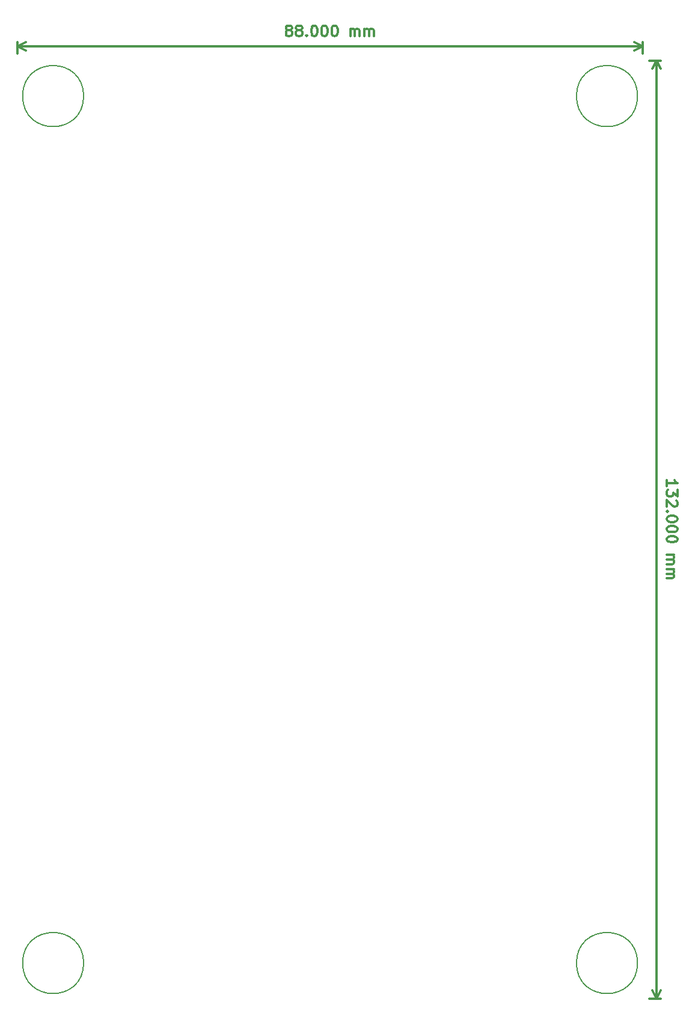
<source format=gbr>
G04 #@! TF.GenerationSoftware,KiCad,Pcbnew,5.1.9+dfsg1-1*
G04 #@! TF.CreationDate,2022-06-11T23:01:35-07:00*
G04 #@! TF.ProjectId,brains_cn,62726169-6e73-45f6-936e-2e6b69636164,rev?*
G04 #@! TF.SameCoordinates,Original*
G04 #@! TF.FileFunction,Other,Comment*
%FSLAX46Y46*%
G04 Gerber Fmt 4.6, Leading zero omitted, Abs format (unit mm)*
G04 Created by KiCad (PCBNEW 5.1.9+dfsg1-1) date 2022-06-11 23:01:35*
%MOMM*%
%LPD*%
G01*
G04 APERTURE LIST*
%ADD10C,0.300000*%
%ADD11C,0.150000*%
G04 APERTURE END LIST*
D10*
X195421428Y-89928571D02*
X195421428Y-89071428D01*
X195421428Y-89500000D02*
X196921428Y-89500000D01*
X196707142Y-89357142D01*
X196564285Y-89214285D01*
X196492857Y-89071428D01*
X196921428Y-90428571D02*
X196921428Y-91357142D01*
X196350000Y-90857142D01*
X196350000Y-91071428D01*
X196278571Y-91214285D01*
X196207142Y-91285714D01*
X196064285Y-91357142D01*
X195707142Y-91357142D01*
X195564285Y-91285714D01*
X195492857Y-91214285D01*
X195421428Y-91071428D01*
X195421428Y-90642857D01*
X195492857Y-90500000D01*
X195564285Y-90428571D01*
X196778571Y-91928571D02*
X196850000Y-92000000D01*
X196921428Y-92142857D01*
X196921428Y-92500000D01*
X196850000Y-92642857D01*
X196778571Y-92714285D01*
X196635714Y-92785714D01*
X196492857Y-92785714D01*
X196278571Y-92714285D01*
X195421428Y-91857142D01*
X195421428Y-92785714D01*
X195564285Y-93428571D02*
X195492857Y-93500000D01*
X195421428Y-93428571D01*
X195492857Y-93357142D01*
X195564285Y-93428571D01*
X195421428Y-93428571D01*
X196921428Y-94428571D02*
X196921428Y-94571428D01*
X196850000Y-94714285D01*
X196778571Y-94785714D01*
X196635714Y-94857142D01*
X196350000Y-94928571D01*
X195992857Y-94928571D01*
X195707142Y-94857142D01*
X195564285Y-94785714D01*
X195492857Y-94714285D01*
X195421428Y-94571428D01*
X195421428Y-94428571D01*
X195492857Y-94285714D01*
X195564285Y-94214285D01*
X195707142Y-94142857D01*
X195992857Y-94071428D01*
X196350000Y-94071428D01*
X196635714Y-94142857D01*
X196778571Y-94214285D01*
X196850000Y-94285714D01*
X196921428Y-94428571D01*
X196921428Y-95857142D02*
X196921428Y-96000000D01*
X196850000Y-96142857D01*
X196778571Y-96214285D01*
X196635714Y-96285714D01*
X196350000Y-96357142D01*
X195992857Y-96357142D01*
X195707142Y-96285714D01*
X195564285Y-96214285D01*
X195492857Y-96142857D01*
X195421428Y-96000000D01*
X195421428Y-95857142D01*
X195492857Y-95714285D01*
X195564285Y-95642857D01*
X195707142Y-95571428D01*
X195992857Y-95500000D01*
X196350000Y-95500000D01*
X196635714Y-95571428D01*
X196778571Y-95642857D01*
X196850000Y-95714285D01*
X196921428Y-95857142D01*
X196921428Y-97285714D02*
X196921428Y-97428571D01*
X196850000Y-97571428D01*
X196778571Y-97642857D01*
X196635714Y-97714285D01*
X196350000Y-97785714D01*
X195992857Y-97785714D01*
X195707142Y-97714285D01*
X195564285Y-97642857D01*
X195492857Y-97571428D01*
X195421428Y-97428571D01*
X195421428Y-97285714D01*
X195492857Y-97142857D01*
X195564285Y-97071428D01*
X195707142Y-97000000D01*
X195992857Y-96928571D01*
X196350000Y-96928571D01*
X196635714Y-97000000D01*
X196778571Y-97071428D01*
X196850000Y-97142857D01*
X196921428Y-97285714D01*
X195421428Y-99571428D02*
X196421428Y-99571428D01*
X196278571Y-99571428D02*
X196350000Y-99642857D01*
X196421428Y-99785714D01*
X196421428Y-100000000D01*
X196350000Y-100142857D01*
X196207142Y-100214285D01*
X195421428Y-100214285D01*
X196207142Y-100214285D02*
X196350000Y-100285714D01*
X196421428Y-100428571D01*
X196421428Y-100642857D01*
X196350000Y-100785714D01*
X196207142Y-100857142D01*
X195421428Y-100857142D01*
X195421428Y-101571428D02*
X196421428Y-101571428D01*
X196278571Y-101571428D02*
X196350000Y-101642857D01*
X196421428Y-101785714D01*
X196421428Y-102000000D01*
X196350000Y-102142857D01*
X196207142Y-102214285D01*
X195421428Y-102214285D01*
X196207142Y-102214285D02*
X196350000Y-102285714D01*
X196421428Y-102428571D01*
X196421428Y-102642857D01*
X196350000Y-102785714D01*
X196207142Y-102857142D01*
X195421428Y-102857142D01*
X194000000Y-30000000D02*
X194000000Y-162000000D01*
X193000000Y-30000000D02*
X194586421Y-30000000D01*
X193000000Y-162000000D02*
X194586421Y-162000000D01*
X194000000Y-162000000D02*
X193413579Y-160873496D01*
X194000000Y-162000000D02*
X194586421Y-160873496D01*
X194000000Y-30000000D02*
X193413579Y-31126504D01*
X194000000Y-30000000D02*
X194586421Y-31126504D01*
X142071428Y-25721428D02*
X141928571Y-25650000D01*
X141857142Y-25578571D01*
X141785714Y-25435714D01*
X141785714Y-25364285D01*
X141857142Y-25221428D01*
X141928571Y-25150000D01*
X142071428Y-25078571D01*
X142357142Y-25078571D01*
X142500000Y-25150000D01*
X142571428Y-25221428D01*
X142642857Y-25364285D01*
X142642857Y-25435714D01*
X142571428Y-25578571D01*
X142500000Y-25650000D01*
X142357142Y-25721428D01*
X142071428Y-25721428D01*
X141928571Y-25792857D01*
X141857142Y-25864285D01*
X141785714Y-26007142D01*
X141785714Y-26292857D01*
X141857142Y-26435714D01*
X141928571Y-26507142D01*
X142071428Y-26578571D01*
X142357142Y-26578571D01*
X142500000Y-26507142D01*
X142571428Y-26435714D01*
X142642857Y-26292857D01*
X142642857Y-26007142D01*
X142571428Y-25864285D01*
X142500000Y-25792857D01*
X142357142Y-25721428D01*
X143500000Y-25721428D02*
X143357142Y-25650000D01*
X143285714Y-25578571D01*
X143214285Y-25435714D01*
X143214285Y-25364285D01*
X143285714Y-25221428D01*
X143357142Y-25150000D01*
X143500000Y-25078571D01*
X143785714Y-25078571D01*
X143928571Y-25150000D01*
X144000000Y-25221428D01*
X144071428Y-25364285D01*
X144071428Y-25435714D01*
X144000000Y-25578571D01*
X143928571Y-25650000D01*
X143785714Y-25721428D01*
X143500000Y-25721428D01*
X143357142Y-25792857D01*
X143285714Y-25864285D01*
X143214285Y-26007142D01*
X143214285Y-26292857D01*
X143285714Y-26435714D01*
X143357142Y-26507142D01*
X143500000Y-26578571D01*
X143785714Y-26578571D01*
X143928571Y-26507142D01*
X144000000Y-26435714D01*
X144071428Y-26292857D01*
X144071428Y-26007142D01*
X144000000Y-25864285D01*
X143928571Y-25792857D01*
X143785714Y-25721428D01*
X144714285Y-26435714D02*
X144785714Y-26507142D01*
X144714285Y-26578571D01*
X144642857Y-26507142D01*
X144714285Y-26435714D01*
X144714285Y-26578571D01*
X145714285Y-25078571D02*
X145857142Y-25078571D01*
X146000000Y-25150000D01*
X146071428Y-25221428D01*
X146142857Y-25364285D01*
X146214285Y-25650000D01*
X146214285Y-26007142D01*
X146142857Y-26292857D01*
X146071428Y-26435714D01*
X146000000Y-26507142D01*
X145857142Y-26578571D01*
X145714285Y-26578571D01*
X145571428Y-26507142D01*
X145500000Y-26435714D01*
X145428571Y-26292857D01*
X145357142Y-26007142D01*
X145357142Y-25650000D01*
X145428571Y-25364285D01*
X145500000Y-25221428D01*
X145571428Y-25150000D01*
X145714285Y-25078571D01*
X147142857Y-25078571D02*
X147285714Y-25078571D01*
X147428571Y-25150000D01*
X147500000Y-25221428D01*
X147571428Y-25364285D01*
X147642857Y-25650000D01*
X147642857Y-26007142D01*
X147571428Y-26292857D01*
X147500000Y-26435714D01*
X147428571Y-26507142D01*
X147285714Y-26578571D01*
X147142857Y-26578571D01*
X147000000Y-26507142D01*
X146928571Y-26435714D01*
X146857142Y-26292857D01*
X146785714Y-26007142D01*
X146785714Y-25650000D01*
X146857142Y-25364285D01*
X146928571Y-25221428D01*
X147000000Y-25150000D01*
X147142857Y-25078571D01*
X148571428Y-25078571D02*
X148714285Y-25078571D01*
X148857142Y-25150000D01*
X148928571Y-25221428D01*
X149000000Y-25364285D01*
X149071428Y-25650000D01*
X149071428Y-26007142D01*
X149000000Y-26292857D01*
X148928571Y-26435714D01*
X148857142Y-26507142D01*
X148714285Y-26578571D01*
X148571428Y-26578571D01*
X148428571Y-26507142D01*
X148357142Y-26435714D01*
X148285714Y-26292857D01*
X148214285Y-26007142D01*
X148214285Y-25650000D01*
X148285714Y-25364285D01*
X148357142Y-25221428D01*
X148428571Y-25150000D01*
X148571428Y-25078571D01*
X150857142Y-26578571D02*
X150857142Y-25578571D01*
X150857142Y-25721428D02*
X150928571Y-25650000D01*
X151071428Y-25578571D01*
X151285714Y-25578571D01*
X151428571Y-25650000D01*
X151500000Y-25792857D01*
X151500000Y-26578571D01*
X151500000Y-25792857D02*
X151571428Y-25650000D01*
X151714285Y-25578571D01*
X151928571Y-25578571D01*
X152071428Y-25650000D01*
X152142857Y-25792857D01*
X152142857Y-26578571D01*
X152857142Y-26578571D02*
X152857142Y-25578571D01*
X152857142Y-25721428D02*
X152928571Y-25650000D01*
X153071428Y-25578571D01*
X153285714Y-25578571D01*
X153428571Y-25650000D01*
X153500000Y-25792857D01*
X153500000Y-26578571D01*
X153500000Y-25792857D02*
X153571428Y-25650000D01*
X153714285Y-25578571D01*
X153928571Y-25578571D01*
X154071428Y-25650000D01*
X154142857Y-25792857D01*
X154142857Y-26578571D01*
X104000000Y-28000000D02*
X192000000Y-28000000D01*
X104000000Y-29000000D02*
X104000000Y-27413579D01*
X192000000Y-29000000D02*
X192000000Y-27413579D01*
X192000000Y-28000000D02*
X190873496Y-28586421D01*
X192000000Y-28000000D02*
X190873496Y-27413579D01*
X104000000Y-28000000D02*
X105126504Y-28586421D01*
X104000000Y-28000000D02*
X105126504Y-27413579D01*
D11*
G04 #@! TO.C,H1*
X113300000Y-157000000D02*
G75*
G03*
X113300000Y-157000000I-4300000J0D01*
G01*
G04 #@! TO.C,H2*
X191300000Y-157000000D02*
G75*
G03*
X191300000Y-157000000I-4300000J0D01*
G01*
G04 #@! TO.C,H3*
X191300000Y-35000000D02*
G75*
G03*
X191300000Y-35000000I-4300000J0D01*
G01*
G04 #@! TO.C,H4*
X113300000Y-35000000D02*
G75*
G03*
X113300000Y-35000000I-4300000J0D01*
G01*
G04 #@! TD*
M02*

</source>
